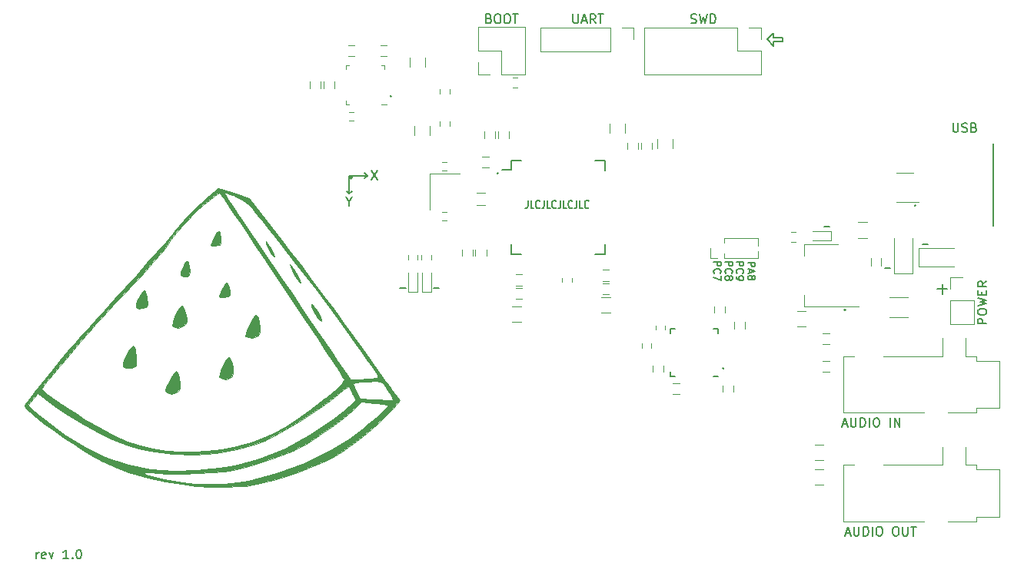
<source format=gbr>
%TF.GenerationSoftware,KiCad,Pcbnew,(5.1.9-0-10_14)*%
%TF.CreationDate,2021-02-23T19:53:59+01:00*%
%TF.ProjectId,codec_breakot,636f6465-635f-4627-9265-616b6f742e6b,rev?*%
%TF.SameCoordinates,Original*%
%TF.FileFunction,Legend,Top*%
%TF.FilePolarity,Positive*%
%FSLAX46Y46*%
G04 Gerber Fmt 4.6, Leading zero omitted, Abs format (unit mm)*
G04 Created by KiCad (PCBNEW (5.1.9-0-10_14)) date 2021-02-23 19:53:59*
%MOMM*%
%LPD*%
G01*
G04 APERTURE LIST*
%ADD10C,0.150000*%
%ADD11C,0.200000*%
%ADD12C,0.010000*%
%ADD13C,0.120000*%
G04 APERTURE END LIST*
D10*
X94557619Y-112222380D02*
X94557619Y-111555714D01*
X94557619Y-111746190D02*
X94605238Y-111650952D01*
X94652857Y-111603333D01*
X94748095Y-111555714D01*
X94843333Y-111555714D01*
X95557619Y-112174761D02*
X95462380Y-112222380D01*
X95271904Y-112222380D01*
X95176666Y-112174761D01*
X95129047Y-112079523D01*
X95129047Y-111698571D01*
X95176666Y-111603333D01*
X95271904Y-111555714D01*
X95462380Y-111555714D01*
X95557619Y-111603333D01*
X95605238Y-111698571D01*
X95605238Y-111793809D01*
X95129047Y-111889047D01*
X95938571Y-111555714D02*
X96176666Y-112222380D01*
X96414761Y-111555714D01*
X98081428Y-112222380D02*
X97510000Y-112222380D01*
X97795714Y-112222380D02*
X97795714Y-111222380D01*
X97700476Y-111365238D01*
X97605238Y-111460476D01*
X97510000Y-111508095D01*
X98510000Y-112127142D02*
X98557619Y-112174761D01*
X98510000Y-112222380D01*
X98462380Y-112174761D01*
X98510000Y-112127142D01*
X98510000Y-112222380D01*
X99176666Y-111222380D02*
X99271904Y-111222380D01*
X99367142Y-111270000D01*
X99414761Y-111317619D01*
X99462380Y-111412857D01*
X99510000Y-111603333D01*
X99510000Y-111841428D01*
X99462380Y-112031904D01*
X99414761Y-112127142D01*
X99367142Y-112174761D01*
X99271904Y-112222380D01*
X99176666Y-112222380D01*
X99081428Y-112174761D01*
X99033809Y-112127142D01*
X98986190Y-112031904D01*
X98938571Y-111841428D01*
X98938571Y-111603333D01*
X98986190Y-111412857D01*
X99033809Y-111317619D01*
X99081428Y-111270000D01*
X99176666Y-111222380D01*
X129341421Y-70200000D02*
G75*
G03*
X129341421Y-70200000I-141421J0D01*
G01*
X131466666Y-69452380D02*
X132133333Y-70452380D01*
X132133333Y-69452380D02*
X131466666Y-70452380D01*
X129000000Y-72876190D02*
X129000000Y-73352380D01*
X128666666Y-72352380D02*
X129000000Y-72876190D01*
X129333333Y-72352380D01*
X128700000Y-71700000D02*
X129000000Y-72000000D01*
X129300000Y-71700000D02*
X129000000Y-72000000D01*
X130700000Y-70300000D02*
X131000000Y-70000000D01*
X130700000Y-69700000D02*
X131000000Y-70000000D01*
X129000000Y-70000000D02*
X131000000Y-70000000D01*
X129000000Y-70000000D02*
X129000000Y-72000000D01*
X183675000Y-84800000D02*
G75*
G03*
X183675000Y-84800000I-75000J0D01*
G01*
X148666666Y-72707142D02*
X148666666Y-73350000D01*
X148633333Y-73478571D01*
X148566666Y-73564285D01*
X148466666Y-73607142D01*
X148400000Y-73607142D01*
X149333333Y-73607142D02*
X149000000Y-73607142D01*
X149000000Y-72707142D01*
X149966666Y-73521428D02*
X149933333Y-73564285D01*
X149833333Y-73607142D01*
X149766666Y-73607142D01*
X149666666Y-73564285D01*
X149600000Y-73478571D01*
X149566666Y-73392857D01*
X149533333Y-73221428D01*
X149533333Y-73092857D01*
X149566666Y-72921428D01*
X149600000Y-72835714D01*
X149666666Y-72750000D01*
X149766666Y-72707142D01*
X149833333Y-72707142D01*
X149933333Y-72750000D01*
X149966666Y-72792857D01*
X150466666Y-72707142D02*
X150466666Y-73350000D01*
X150433333Y-73478571D01*
X150366666Y-73564285D01*
X150266666Y-73607142D01*
X150200000Y-73607142D01*
X151133333Y-73607142D02*
X150800000Y-73607142D01*
X150800000Y-72707142D01*
X151766666Y-73521428D02*
X151733333Y-73564285D01*
X151633333Y-73607142D01*
X151566666Y-73607142D01*
X151466666Y-73564285D01*
X151400000Y-73478571D01*
X151366666Y-73392857D01*
X151333333Y-73221428D01*
X151333333Y-73092857D01*
X151366666Y-72921428D01*
X151400000Y-72835714D01*
X151466666Y-72750000D01*
X151566666Y-72707142D01*
X151633333Y-72707142D01*
X151733333Y-72750000D01*
X151766666Y-72792857D01*
X152266666Y-72707142D02*
X152266666Y-73350000D01*
X152233333Y-73478571D01*
X152166666Y-73564285D01*
X152066666Y-73607142D01*
X152000000Y-73607142D01*
X152933333Y-73607142D02*
X152600000Y-73607142D01*
X152600000Y-72707142D01*
X153566666Y-73521428D02*
X153533333Y-73564285D01*
X153433333Y-73607142D01*
X153366666Y-73607142D01*
X153266666Y-73564285D01*
X153200000Y-73478571D01*
X153166666Y-73392857D01*
X153133333Y-73221428D01*
X153133333Y-73092857D01*
X153166666Y-72921428D01*
X153200000Y-72835714D01*
X153266666Y-72750000D01*
X153366666Y-72707142D01*
X153433333Y-72707142D01*
X153533333Y-72750000D01*
X153566666Y-72792857D01*
X154066666Y-72707142D02*
X154066666Y-73350000D01*
X154033333Y-73478571D01*
X153966666Y-73564285D01*
X153866666Y-73607142D01*
X153800000Y-73607142D01*
X154733333Y-73607142D02*
X154400000Y-73607142D01*
X154400000Y-72707142D01*
X155366666Y-73521428D02*
X155333333Y-73564285D01*
X155233333Y-73607142D01*
X155166666Y-73607142D01*
X155066666Y-73564285D01*
X155000000Y-73478571D01*
X154966666Y-73392857D01*
X154933333Y-73221428D01*
X154933333Y-73092857D01*
X154966666Y-72921428D01*
X155000000Y-72835714D01*
X155066666Y-72750000D01*
X155166666Y-72707142D01*
X155233333Y-72707142D01*
X155333333Y-72750000D01*
X155366666Y-72792857D01*
X138295238Y-82357142D02*
X138904761Y-82357142D01*
X134595238Y-82357142D02*
X135204761Y-82357142D01*
X181295238Y-75657142D02*
X181904761Y-75657142D01*
X193728571Y-82507142D02*
X194871428Y-82507142D01*
X194300000Y-83078571D02*
X194300000Y-81935714D01*
X187995238Y-80157142D02*
X188604761Y-80157142D01*
X170250000Y-91250000D02*
G75*
G03*
X170250000Y-91250000I-75000J0D01*
G01*
X145425000Y-69750000D02*
G75*
G03*
X145425000Y-69750000I-75000J0D01*
G01*
X133650000Y-61250000D02*
G75*
G03*
X133650000Y-61250000I-75000J0D01*
G01*
X191375000Y-73325000D02*
G75*
G03*
X191375000Y-73325000I-75000J0D01*
G01*
X175750000Y-55750000D02*
X175000000Y-55000000D01*
X175750000Y-55250000D02*
X175750000Y-55750000D01*
X176750000Y-55250000D02*
X175750000Y-55250000D01*
X176750000Y-54750000D02*
X176750000Y-55250000D01*
X175750000Y-54750000D02*
X176750000Y-54750000D01*
X175750000Y-54250000D02*
X175750000Y-54750000D01*
X175000000Y-55000000D02*
X175750000Y-54250000D01*
X195488095Y-64202380D02*
X195488095Y-65011904D01*
X195535714Y-65107142D01*
X195583333Y-65154761D01*
X195678571Y-65202380D01*
X195869047Y-65202380D01*
X195964285Y-65154761D01*
X196011904Y-65107142D01*
X196059523Y-65011904D01*
X196059523Y-64202380D01*
X196488095Y-65154761D02*
X196630952Y-65202380D01*
X196869047Y-65202380D01*
X196964285Y-65154761D01*
X197011904Y-65107142D01*
X197059523Y-65011904D01*
X197059523Y-64916666D01*
X197011904Y-64821428D01*
X196964285Y-64773809D01*
X196869047Y-64726190D01*
X196678571Y-64678571D01*
X196583333Y-64630952D01*
X196535714Y-64583333D01*
X196488095Y-64488095D01*
X196488095Y-64392857D01*
X196535714Y-64297619D01*
X196583333Y-64250000D01*
X196678571Y-64202380D01*
X196916666Y-64202380D01*
X197059523Y-64250000D01*
X197821428Y-64678571D02*
X197964285Y-64726190D01*
X198011904Y-64773809D01*
X198059523Y-64869047D01*
X198059523Y-65011904D01*
X198011904Y-65107142D01*
X197964285Y-65154761D01*
X197869047Y-65202380D01*
X197488095Y-65202380D01*
X197488095Y-64202380D01*
X197821428Y-64202380D01*
X197916666Y-64250000D01*
X197964285Y-64297619D01*
X198011904Y-64392857D01*
X198011904Y-64488095D01*
X197964285Y-64583333D01*
X197916666Y-64630952D01*
X197821428Y-64678571D01*
X197488095Y-64678571D01*
X183666666Y-109416666D02*
X184142857Y-109416666D01*
X183571428Y-109702380D02*
X183904761Y-108702380D01*
X184238095Y-109702380D01*
X184571428Y-108702380D02*
X184571428Y-109511904D01*
X184619047Y-109607142D01*
X184666666Y-109654761D01*
X184761904Y-109702380D01*
X184952380Y-109702380D01*
X185047619Y-109654761D01*
X185095238Y-109607142D01*
X185142857Y-109511904D01*
X185142857Y-108702380D01*
X185619047Y-109702380D02*
X185619047Y-108702380D01*
X185857142Y-108702380D01*
X186000000Y-108750000D01*
X186095238Y-108845238D01*
X186142857Y-108940476D01*
X186190476Y-109130952D01*
X186190476Y-109273809D01*
X186142857Y-109464285D01*
X186095238Y-109559523D01*
X186000000Y-109654761D01*
X185857142Y-109702380D01*
X185619047Y-109702380D01*
X186619047Y-109702380D02*
X186619047Y-108702380D01*
X187285714Y-108702380D02*
X187476190Y-108702380D01*
X187571428Y-108750000D01*
X187666666Y-108845238D01*
X187714285Y-109035714D01*
X187714285Y-109369047D01*
X187666666Y-109559523D01*
X187571428Y-109654761D01*
X187476190Y-109702380D01*
X187285714Y-109702380D01*
X187190476Y-109654761D01*
X187095238Y-109559523D01*
X187047619Y-109369047D01*
X187047619Y-109035714D01*
X187095238Y-108845238D01*
X187190476Y-108750000D01*
X187285714Y-108702380D01*
X189095238Y-108702380D02*
X189285714Y-108702380D01*
X189380952Y-108750000D01*
X189476190Y-108845238D01*
X189523809Y-109035714D01*
X189523809Y-109369047D01*
X189476190Y-109559523D01*
X189380952Y-109654761D01*
X189285714Y-109702380D01*
X189095238Y-109702380D01*
X189000000Y-109654761D01*
X188904761Y-109559523D01*
X188857142Y-109369047D01*
X188857142Y-109035714D01*
X188904761Y-108845238D01*
X189000000Y-108750000D01*
X189095238Y-108702380D01*
X189952380Y-108702380D02*
X189952380Y-109511904D01*
X190000000Y-109607142D01*
X190047619Y-109654761D01*
X190142857Y-109702380D01*
X190333333Y-109702380D01*
X190428571Y-109654761D01*
X190476190Y-109607142D01*
X190523809Y-109511904D01*
X190523809Y-108702380D01*
X190857142Y-108702380D02*
X191428571Y-108702380D01*
X191142857Y-109702380D02*
X191142857Y-108702380D01*
X183333333Y-97416666D02*
X183809523Y-97416666D01*
X183238095Y-97702380D02*
X183571428Y-96702380D01*
X183904761Y-97702380D01*
X184238095Y-96702380D02*
X184238095Y-97511904D01*
X184285714Y-97607142D01*
X184333333Y-97654761D01*
X184428571Y-97702380D01*
X184619047Y-97702380D01*
X184714285Y-97654761D01*
X184761904Y-97607142D01*
X184809523Y-97511904D01*
X184809523Y-96702380D01*
X185285714Y-97702380D02*
X185285714Y-96702380D01*
X185523809Y-96702380D01*
X185666666Y-96750000D01*
X185761904Y-96845238D01*
X185809523Y-96940476D01*
X185857142Y-97130952D01*
X185857142Y-97273809D01*
X185809523Y-97464285D01*
X185761904Y-97559523D01*
X185666666Y-97654761D01*
X185523809Y-97702380D01*
X185285714Y-97702380D01*
X186285714Y-97702380D02*
X186285714Y-96702380D01*
X186952380Y-96702380D02*
X187142857Y-96702380D01*
X187238095Y-96750000D01*
X187333333Y-96845238D01*
X187380952Y-97035714D01*
X187380952Y-97369047D01*
X187333333Y-97559523D01*
X187238095Y-97654761D01*
X187142857Y-97702380D01*
X186952380Y-97702380D01*
X186857142Y-97654761D01*
X186761904Y-97559523D01*
X186714285Y-97369047D01*
X186714285Y-97035714D01*
X186761904Y-96845238D01*
X186857142Y-96750000D01*
X186952380Y-96702380D01*
X188571428Y-97702380D02*
X188571428Y-96702380D01*
X189047619Y-97702380D02*
X189047619Y-96702380D01*
X189619047Y-97702380D01*
X189619047Y-96702380D01*
X192095238Y-77557142D02*
X192704761Y-77557142D01*
X199202380Y-86309523D02*
X198202380Y-86309523D01*
X198202380Y-85928571D01*
X198250000Y-85833333D01*
X198297619Y-85785714D01*
X198392857Y-85738095D01*
X198535714Y-85738095D01*
X198630952Y-85785714D01*
X198678571Y-85833333D01*
X198726190Y-85928571D01*
X198726190Y-86309523D01*
X198202380Y-85119047D02*
X198202380Y-84928571D01*
X198250000Y-84833333D01*
X198345238Y-84738095D01*
X198535714Y-84690476D01*
X198869047Y-84690476D01*
X199059523Y-84738095D01*
X199154761Y-84833333D01*
X199202380Y-84928571D01*
X199202380Y-85119047D01*
X199154761Y-85214285D01*
X199059523Y-85309523D01*
X198869047Y-85357142D01*
X198535714Y-85357142D01*
X198345238Y-85309523D01*
X198250000Y-85214285D01*
X198202380Y-85119047D01*
X198202380Y-84357142D02*
X199202380Y-84119047D01*
X198488095Y-83928571D01*
X199202380Y-83738095D01*
X198202380Y-83500000D01*
X198678571Y-83119047D02*
X198678571Y-82785714D01*
X199202380Y-82642857D02*
X199202380Y-83119047D01*
X198202380Y-83119047D01*
X198202380Y-82642857D01*
X199202380Y-81642857D02*
X198726190Y-81976190D01*
X199202380Y-82214285D02*
X198202380Y-82214285D01*
X198202380Y-81833333D01*
X198250000Y-81738095D01*
X198297619Y-81690476D01*
X198392857Y-81642857D01*
X198535714Y-81642857D01*
X198630952Y-81690476D01*
X198678571Y-81738095D01*
X198726190Y-81833333D01*
X198726190Y-82214285D01*
X144392857Y-52678571D02*
X144535714Y-52726190D01*
X144583333Y-52773809D01*
X144630952Y-52869047D01*
X144630952Y-53011904D01*
X144583333Y-53107142D01*
X144535714Y-53154761D01*
X144440476Y-53202380D01*
X144059523Y-53202380D01*
X144059523Y-52202380D01*
X144392857Y-52202380D01*
X144488095Y-52250000D01*
X144535714Y-52297619D01*
X144583333Y-52392857D01*
X144583333Y-52488095D01*
X144535714Y-52583333D01*
X144488095Y-52630952D01*
X144392857Y-52678571D01*
X144059523Y-52678571D01*
X145250000Y-52202380D02*
X145440476Y-52202380D01*
X145535714Y-52250000D01*
X145630952Y-52345238D01*
X145678571Y-52535714D01*
X145678571Y-52869047D01*
X145630952Y-53059523D01*
X145535714Y-53154761D01*
X145440476Y-53202380D01*
X145250000Y-53202380D01*
X145154761Y-53154761D01*
X145059523Y-53059523D01*
X145011904Y-52869047D01*
X145011904Y-52535714D01*
X145059523Y-52345238D01*
X145154761Y-52250000D01*
X145250000Y-52202380D01*
X146297619Y-52202380D02*
X146488095Y-52202380D01*
X146583333Y-52250000D01*
X146678571Y-52345238D01*
X146726190Y-52535714D01*
X146726190Y-52869047D01*
X146678571Y-53059523D01*
X146583333Y-53154761D01*
X146488095Y-53202380D01*
X146297619Y-53202380D01*
X146202380Y-53154761D01*
X146107142Y-53059523D01*
X146059523Y-52869047D01*
X146059523Y-52535714D01*
X146107142Y-52345238D01*
X146202380Y-52250000D01*
X146297619Y-52202380D01*
X147011904Y-52202380D02*
X147583333Y-52202380D01*
X147297619Y-53202380D02*
X147297619Y-52202380D01*
X153654761Y-52202380D02*
X153654761Y-53011904D01*
X153702380Y-53107142D01*
X153750000Y-53154761D01*
X153845238Y-53202380D01*
X154035714Y-53202380D01*
X154130952Y-53154761D01*
X154178571Y-53107142D01*
X154226190Y-53011904D01*
X154226190Y-52202380D01*
X154654761Y-52916666D02*
X155130952Y-52916666D01*
X154559523Y-53202380D02*
X154892857Y-52202380D01*
X155226190Y-53202380D01*
X156130952Y-53202380D02*
X155797619Y-52726190D01*
X155559523Y-53202380D02*
X155559523Y-52202380D01*
X155940476Y-52202380D01*
X156035714Y-52250000D01*
X156083333Y-52297619D01*
X156130952Y-52392857D01*
X156130952Y-52535714D01*
X156083333Y-52630952D01*
X156035714Y-52678571D01*
X155940476Y-52726190D01*
X155559523Y-52726190D01*
X156416666Y-52202380D02*
X156988095Y-52202380D01*
X156702380Y-53202380D02*
X156702380Y-52202380D01*
X166642857Y-53154761D02*
X166785714Y-53202380D01*
X167023809Y-53202380D01*
X167119047Y-53154761D01*
X167166666Y-53107142D01*
X167214285Y-53011904D01*
X167214285Y-52916666D01*
X167166666Y-52821428D01*
X167119047Y-52773809D01*
X167023809Y-52726190D01*
X166833333Y-52678571D01*
X166738095Y-52630952D01*
X166690476Y-52583333D01*
X166642857Y-52488095D01*
X166642857Y-52392857D01*
X166690476Y-52297619D01*
X166738095Y-52250000D01*
X166833333Y-52202380D01*
X167071428Y-52202380D01*
X167214285Y-52250000D01*
X167547619Y-52202380D02*
X167785714Y-53202380D01*
X167976190Y-52488095D01*
X168166666Y-53202380D01*
X168404761Y-52202380D01*
X168785714Y-53202380D02*
X168785714Y-52202380D01*
X169023809Y-52202380D01*
X169166666Y-52250000D01*
X169261904Y-52345238D01*
X169309523Y-52440476D01*
X169357142Y-52630952D01*
X169357142Y-52773809D01*
X169309523Y-52964285D01*
X169261904Y-53059523D01*
X169166666Y-53154761D01*
X169023809Y-53202380D01*
X168785714Y-53202380D01*
D11*
X172888095Y-79566666D02*
X173688095Y-79566666D01*
X173688095Y-79871428D01*
X173650000Y-79947619D01*
X173611904Y-79985714D01*
X173535714Y-80023809D01*
X173421428Y-80023809D01*
X173345238Y-79985714D01*
X173307142Y-79947619D01*
X173269047Y-79871428D01*
X173269047Y-79566666D01*
X173116666Y-80328571D02*
X173116666Y-80709523D01*
X172888095Y-80252380D02*
X173688095Y-80519047D01*
X172888095Y-80785714D01*
X173345238Y-81166666D02*
X173383333Y-81090476D01*
X173421428Y-81052380D01*
X173497619Y-81014285D01*
X173535714Y-81014285D01*
X173611904Y-81052380D01*
X173650000Y-81090476D01*
X173688095Y-81166666D01*
X173688095Y-81319047D01*
X173650000Y-81395238D01*
X173611904Y-81433333D01*
X173535714Y-81471428D01*
X173497619Y-81471428D01*
X173421428Y-81433333D01*
X173383333Y-81395238D01*
X173345238Y-81319047D01*
X173345238Y-81166666D01*
X173307142Y-81090476D01*
X173269047Y-81052380D01*
X173192857Y-81014285D01*
X173040476Y-81014285D01*
X172964285Y-81052380D01*
X172926190Y-81090476D01*
X172888095Y-81166666D01*
X172888095Y-81319047D01*
X172926190Y-81395238D01*
X172964285Y-81433333D01*
X173040476Y-81471428D01*
X173192857Y-81471428D01*
X173269047Y-81433333D01*
X173307142Y-81395238D01*
X173345238Y-81319047D01*
X171638095Y-79509523D02*
X172438095Y-79509523D01*
X172438095Y-79814285D01*
X172400000Y-79890476D01*
X172361904Y-79928571D01*
X172285714Y-79966666D01*
X172171428Y-79966666D01*
X172095238Y-79928571D01*
X172057142Y-79890476D01*
X172019047Y-79814285D01*
X172019047Y-79509523D01*
X171714285Y-80766666D02*
X171676190Y-80728571D01*
X171638095Y-80614285D01*
X171638095Y-80538095D01*
X171676190Y-80423809D01*
X171752380Y-80347619D01*
X171828571Y-80309523D01*
X171980952Y-80271428D01*
X172095238Y-80271428D01*
X172247619Y-80309523D01*
X172323809Y-80347619D01*
X172400000Y-80423809D01*
X172438095Y-80538095D01*
X172438095Y-80614285D01*
X172400000Y-80728571D01*
X172361904Y-80766666D01*
X171638095Y-81147619D02*
X171638095Y-81300000D01*
X171676190Y-81376190D01*
X171714285Y-81414285D01*
X171828571Y-81490476D01*
X171980952Y-81528571D01*
X172285714Y-81528571D01*
X172361904Y-81490476D01*
X172400000Y-81452380D01*
X172438095Y-81376190D01*
X172438095Y-81223809D01*
X172400000Y-81147619D01*
X172361904Y-81109523D01*
X172285714Y-81071428D01*
X172095238Y-81071428D01*
X172019047Y-81109523D01*
X171980952Y-81147619D01*
X171942857Y-81223809D01*
X171942857Y-81376190D01*
X171980952Y-81452380D01*
X172019047Y-81490476D01*
X172095238Y-81528571D01*
X170388095Y-79509523D02*
X171188095Y-79509523D01*
X171188095Y-79814285D01*
X171150000Y-79890476D01*
X171111904Y-79928571D01*
X171035714Y-79966666D01*
X170921428Y-79966666D01*
X170845238Y-79928571D01*
X170807142Y-79890476D01*
X170769047Y-79814285D01*
X170769047Y-79509523D01*
X170464285Y-80766666D02*
X170426190Y-80728571D01*
X170388095Y-80614285D01*
X170388095Y-80538095D01*
X170426190Y-80423809D01*
X170502380Y-80347619D01*
X170578571Y-80309523D01*
X170730952Y-80271428D01*
X170845238Y-80271428D01*
X170997619Y-80309523D01*
X171073809Y-80347619D01*
X171150000Y-80423809D01*
X171188095Y-80538095D01*
X171188095Y-80614285D01*
X171150000Y-80728571D01*
X171111904Y-80766666D01*
X170845238Y-81223809D02*
X170883333Y-81147619D01*
X170921428Y-81109523D01*
X170997619Y-81071428D01*
X171035714Y-81071428D01*
X171111904Y-81109523D01*
X171150000Y-81147619D01*
X171188095Y-81223809D01*
X171188095Y-81376190D01*
X171150000Y-81452380D01*
X171111904Y-81490476D01*
X171035714Y-81528571D01*
X170997619Y-81528571D01*
X170921428Y-81490476D01*
X170883333Y-81452380D01*
X170845238Y-81376190D01*
X170845238Y-81223809D01*
X170807142Y-81147619D01*
X170769047Y-81109523D01*
X170692857Y-81071428D01*
X170540476Y-81071428D01*
X170464285Y-81109523D01*
X170426190Y-81147619D01*
X170388095Y-81223809D01*
X170388095Y-81376190D01*
X170426190Y-81452380D01*
X170464285Y-81490476D01*
X170540476Y-81528571D01*
X170692857Y-81528571D01*
X170769047Y-81490476D01*
X170807142Y-81452380D01*
X170845238Y-81376190D01*
X169138095Y-79509523D02*
X169938095Y-79509523D01*
X169938095Y-79814285D01*
X169900000Y-79890476D01*
X169861904Y-79928571D01*
X169785714Y-79966666D01*
X169671428Y-79966666D01*
X169595238Y-79928571D01*
X169557142Y-79890476D01*
X169519047Y-79814285D01*
X169519047Y-79509523D01*
X169214285Y-80766666D02*
X169176190Y-80728571D01*
X169138095Y-80614285D01*
X169138095Y-80538095D01*
X169176190Y-80423809D01*
X169252380Y-80347619D01*
X169328571Y-80309523D01*
X169480952Y-80271428D01*
X169595238Y-80271428D01*
X169747619Y-80309523D01*
X169823809Y-80347619D01*
X169900000Y-80423809D01*
X169938095Y-80538095D01*
X169938095Y-80614285D01*
X169900000Y-80728571D01*
X169861904Y-80766666D01*
X169938095Y-81033333D02*
X169938095Y-81566666D01*
X169138095Y-81223809D01*
D12*
%TO.C,G\u002A\u002A\u002A*%
G36*
X116302099Y-71924826D02*
G01*
X117981180Y-72490909D01*
X121503864Y-77020280D01*
X122495051Y-78307705D01*
X123632970Y-79807595D01*
X124859608Y-81442105D01*
X126116952Y-83133392D01*
X127346990Y-84803613D01*
X128491709Y-86374923D01*
X128982902Y-87055944D01*
X129906102Y-88340606D01*
X130795856Y-89578327D01*
X131623279Y-90728958D01*
X132359489Y-91752347D01*
X132975601Y-92608344D01*
X133442731Y-93256800D01*
X133731996Y-93657562D01*
X133735228Y-93662027D01*
X134531201Y-94761817D01*
X133771766Y-95693435D01*
X133217340Y-96299171D01*
X132442137Y-97044777D01*
X131518062Y-97868784D01*
X130517019Y-98709723D01*
X129510911Y-99506126D01*
X128571642Y-100196524D01*
X128236427Y-100425464D01*
X127325355Y-100957770D01*
X126147743Y-101534416D01*
X124783877Y-102122871D01*
X123314045Y-102690601D01*
X121818533Y-103205072D01*
X120377629Y-103633751D01*
X120205954Y-103679525D01*
X119239566Y-103919674D01*
X118410235Y-104085309D01*
X117594752Y-104192674D01*
X116669909Y-104258014D01*
X115519580Y-104297401D01*
X113772526Y-104297842D01*
X112154551Y-104216144D01*
X111079021Y-104101320D01*
X108770254Y-103734874D01*
X106756059Y-103312390D01*
X104977961Y-102817314D01*
X104680569Y-102708756D01*
X106252227Y-102708756D01*
X106412418Y-102819161D01*
X106460839Y-102846185D01*
X106906828Y-103021652D01*
X107628573Y-103224910D01*
X108549523Y-103438164D01*
X109593127Y-103643623D01*
X110634965Y-103816362D01*
X112018526Y-103956058D01*
X113584742Y-104003691D01*
X115197130Y-103962297D01*
X116719207Y-103834908D01*
X117868196Y-103655581D01*
X121016014Y-102832874D01*
X124096052Y-101661681D01*
X127107283Y-100142435D01*
X129037201Y-98961934D01*
X129711229Y-98493122D01*
X130450880Y-97934254D01*
X131202220Y-97331627D01*
X131911316Y-96731539D01*
X132524234Y-96180288D01*
X132987038Y-95724171D01*
X133245795Y-95409487D01*
X133281818Y-95318296D01*
X133118259Y-95244872D01*
X132682506Y-95163786D01*
X132056944Y-95089093D01*
X131810239Y-95067212D01*
X130338660Y-94947809D01*
X129542365Y-95708869D01*
X128906982Y-96263871D01*
X128047416Y-96941600D01*
X127045118Y-97683709D01*
X125981537Y-98431852D01*
X124938121Y-99127682D01*
X123996321Y-99712851D01*
X123767532Y-99845725D01*
X122752670Y-100352505D01*
X121474779Y-100879398D01*
X120022455Y-101395936D01*
X118484296Y-101871652D01*
X116948898Y-102276078D01*
X116230070Y-102437797D01*
X115133181Y-102614469D01*
X113780679Y-102747481D01*
X112269882Y-102833632D01*
X110698110Y-102869719D01*
X109162682Y-102852539D01*
X107760918Y-102778890D01*
X107260140Y-102732975D01*
X106631357Y-102671998D01*
X106310296Y-102661813D01*
X106252227Y-102708756D01*
X104680569Y-102708756D01*
X103377489Y-102233090D01*
X101896169Y-101543164D01*
X101724031Y-101452691D01*
X100783838Y-100926019D01*
X99752278Y-100302845D01*
X98671348Y-99613222D01*
X97583047Y-98887201D01*
X96529372Y-98154834D01*
X95552321Y-97446173D01*
X94693892Y-96791271D01*
X93996085Y-96220177D01*
X93500896Y-95762946D01*
X93250324Y-95449628D01*
X93227972Y-95373309D01*
X93245969Y-95339628D01*
X93672028Y-95339628D01*
X93807956Y-95528866D01*
X94180011Y-95880654D01*
X94734599Y-96351970D01*
X95418126Y-96899791D01*
X96176999Y-97481093D01*
X96957623Y-98052852D01*
X97659066Y-98540278D01*
X100013291Y-99974975D01*
X102340771Y-101078760D01*
X104692926Y-101864722D01*
X107121175Y-102345950D01*
X109676937Y-102535535D01*
X112411634Y-102446566D01*
X112855245Y-102408646D01*
X114726696Y-102195485D01*
X116375245Y-101911866D01*
X117930408Y-101532037D01*
X119145204Y-101157979D01*
X121939938Y-100044416D01*
X124637936Y-98599734D01*
X127207043Y-96842140D01*
X128263335Y-95995364D01*
X129728068Y-94765812D01*
X129351641Y-94019270D01*
X129118690Y-93566299D01*
X128956762Y-93268044D01*
X128920860Y-93211341D01*
X128769866Y-93287658D01*
X128416291Y-93544673D01*
X127927700Y-93932394D01*
X127765196Y-94066473D01*
X126568709Y-95003706D01*
X125211500Y-95968527D01*
X123767040Y-96916020D01*
X122308804Y-97801272D01*
X120910264Y-98579366D01*
X119644892Y-99205389D01*
X118753338Y-99575522D01*
X116654149Y-100185810D01*
X114355982Y-100574675D01*
X111940270Y-100738794D01*
X109488444Y-100674847D01*
X107081937Y-100379513D01*
X105758084Y-100105491D01*
X104407486Y-99691014D01*
X102869181Y-99065444D01*
X101211329Y-98264129D01*
X99502087Y-97322413D01*
X97809614Y-96275643D01*
X96202069Y-95159166D01*
X96160017Y-95128042D01*
X94667155Y-94021152D01*
X94169591Y-94617153D01*
X93865557Y-95007870D01*
X93689556Y-95285410D01*
X93672028Y-95339628D01*
X93245969Y-95339628D01*
X93339178Y-95165193D01*
X93652084Y-94726312D01*
X94135624Y-94094264D01*
X94607015Y-93498418D01*
X95097430Y-93498418D01*
X95246701Y-93692257D01*
X95660150Y-94040104D01*
X96297228Y-94513380D01*
X97117384Y-95083504D01*
X98080067Y-95721898D01*
X99144728Y-96399979D01*
X99711189Y-96750212D01*
X101504235Y-97809400D01*
X103097225Y-98655552D01*
X104558196Y-99308708D01*
X105955187Y-99788906D01*
X107356238Y-100116185D01*
X108829387Y-100310584D01*
X110442672Y-100392140D01*
X112055944Y-100385955D01*
X113219994Y-100349618D01*
X114146201Y-100289953D01*
X114951865Y-100192065D01*
X115754289Y-100041058D01*
X116670775Y-99822038D01*
X116841158Y-99778313D01*
X118218119Y-99383612D01*
X119487620Y-98927290D01*
X120707468Y-98377255D01*
X121935470Y-97701417D01*
X123229434Y-96867685D01*
X124647168Y-95843969D01*
X126246479Y-94598178D01*
X126412870Y-94464772D01*
X127327728Y-93710178D01*
X127961563Y-93140748D01*
X128209436Y-92871802D01*
X129411737Y-92871802D01*
X129769111Y-93731739D01*
X130126484Y-94591675D01*
X131659745Y-94650571D01*
X132396899Y-94681635D01*
X133022582Y-94712990D01*
X133432573Y-94739242D01*
X133503846Y-94745992D01*
X133766575Y-94727093D01*
X133814685Y-94675996D01*
X133729462Y-94479598D01*
X133507452Y-94074102D01*
X133237412Y-93615299D01*
X132908334Y-93093791D01*
X132654153Y-92807846D01*
X132370951Y-92686070D01*
X131954808Y-92657069D01*
X131841224Y-92656087D01*
X131108974Y-92679801D01*
X130348546Y-92744753D01*
X130217023Y-92761426D01*
X129411737Y-92871802D01*
X128209436Y-92871802D01*
X128327984Y-92743177D01*
X128440601Y-92504163D01*
X128437716Y-92485543D01*
X128327387Y-92288526D01*
X128038128Y-91826525D01*
X127589639Y-91129083D01*
X127001617Y-90225741D01*
X126293763Y-89146041D01*
X125485775Y-87919527D01*
X124597352Y-86575740D01*
X123648193Y-85144222D01*
X122657996Y-83654516D01*
X121646461Y-82136163D01*
X120633287Y-80618707D01*
X119638171Y-79131689D01*
X118680814Y-77704652D01*
X117780913Y-76367137D01*
X116958168Y-75148688D01*
X116232278Y-74078845D01*
X115622942Y-73187153D01*
X115149858Y-72503151D01*
X114832725Y-72056384D01*
X114708218Y-71894596D01*
X115213197Y-71894596D01*
X115214133Y-71920425D01*
X115327020Y-72103520D01*
X115622825Y-72554157D01*
X116084141Y-73246507D01*
X116693557Y-74154738D01*
X117433664Y-75253022D01*
X118287053Y-76515527D01*
X119236314Y-77916425D01*
X120264038Y-79429884D01*
X121352816Y-81030075D01*
X121467942Y-81199097D01*
X122584651Y-82838845D01*
X123660336Y-84419156D01*
X124675114Y-85910772D01*
X125609107Y-87284433D01*
X126442434Y-88510881D01*
X127155215Y-89560858D01*
X127727570Y-90405106D01*
X128139618Y-91014364D01*
X128371480Y-91359376D01*
X128371623Y-91359591D01*
X129107692Y-92466035D01*
X130262238Y-92448715D01*
X130947718Y-92422278D01*
X131554378Y-92371243D01*
X131888082Y-92319194D01*
X132031955Y-92276025D01*
X132112933Y-92203158D01*
X132111075Y-92065091D01*
X132006442Y-91826321D01*
X131779091Y-91451343D01*
X131409082Y-90904655D01*
X130876475Y-90150753D01*
X130161328Y-89154134D01*
X129929561Y-88832168D01*
X127579801Y-85605940D01*
X125215942Y-82432349D01*
X122897375Y-79390024D01*
X120683492Y-76557589D01*
X120177048Y-75921168D01*
X119374868Y-74919145D01*
X118752529Y-74154509D01*
X118268478Y-73586831D01*
X117881160Y-73175680D01*
X117549021Y-72880627D01*
X117230504Y-72661242D01*
X116884056Y-72477096D01*
X116468122Y-72287759D01*
X116421244Y-72267043D01*
X115814965Y-72020243D01*
X115392334Y-71890365D01*
X115213197Y-71894596D01*
X114708218Y-71894596D01*
X114703565Y-71888550D01*
X114524960Y-71939479D01*
X114144501Y-72198271D01*
X113612376Y-72622438D01*
X112978772Y-73169495D01*
X112293876Y-73796956D01*
X111607875Y-74462335D01*
X111329796Y-74744633D01*
X110645399Y-75490446D01*
X109959623Y-76305944D01*
X109370642Y-77071318D01*
X109093407Y-77473939D01*
X108731969Y-77970563D01*
X108161900Y-78670716D01*
X107425234Y-79526205D01*
X106564008Y-80488835D01*
X105620256Y-81510412D01*
X105021550Y-82142402D01*
X104086548Y-83123251D01*
X103177413Y-84083511D01*
X102340268Y-84973971D01*
X101621235Y-85745420D01*
X101066435Y-86348647D01*
X100776923Y-86671242D01*
X100095156Y-87455064D01*
X99348028Y-88325664D01*
X98569625Y-89242069D01*
X97794033Y-90163304D01*
X97055339Y-91048395D01*
X96387629Y-91856368D01*
X95824989Y-92546248D01*
X95401506Y-93077060D01*
X95151266Y-93407831D01*
X95097430Y-93498418D01*
X94607015Y-93498418D01*
X94758733Y-93306644D01*
X95490343Y-92401051D01*
X96299388Y-91415081D01*
X97154803Y-90386333D01*
X98025520Y-89352402D01*
X98880473Y-88350887D01*
X99688596Y-87419385D01*
X100418823Y-86595492D01*
X101040088Y-85916807D01*
X101054543Y-85901398D01*
X102058549Y-84821734D01*
X103177843Y-83600550D01*
X104363481Y-82292681D01*
X105566517Y-80952964D01*
X106738007Y-79636233D01*
X107829006Y-78397325D01*
X108790569Y-77291075D01*
X109573751Y-76372318D01*
X109774308Y-76132168D01*
X110804012Y-74927290D01*
X111733165Y-73927255D01*
X112653454Y-73038172D01*
X113605915Y-72208381D01*
X114623019Y-71358744D01*
X116302099Y-71924826D01*
G37*
X116302099Y-71924826D02*
X117981180Y-72490909D01*
X121503864Y-77020280D01*
X122495051Y-78307705D01*
X123632970Y-79807595D01*
X124859608Y-81442105D01*
X126116952Y-83133392D01*
X127346990Y-84803613D01*
X128491709Y-86374923D01*
X128982902Y-87055944D01*
X129906102Y-88340606D01*
X130795856Y-89578327D01*
X131623279Y-90728958D01*
X132359489Y-91752347D01*
X132975601Y-92608344D01*
X133442731Y-93256800D01*
X133731996Y-93657562D01*
X133735228Y-93662027D01*
X134531201Y-94761817D01*
X133771766Y-95693435D01*
X133217340Y-96299171D01*
X132442137Y-97044777D01*
X131518062Y-97868784D01*
X130517019Y-98709723D01*
X129510911Y-99506126D01*
X128571642Y-100196524D01*
X128236427Y-100425464D01*
X127325355Y-100957770D01*
X126147743Y-101534416D01*
X124783877Y-102122871D01*
X123314045Y-102690601D01*
X121818533Y-103205072D01*
X120377629Y-103633751D01*
X120205954Y-103679525D01*
X119239566Y-103919674D01*
X118410235Y-104085309D01*
X117594752Y-104192674D01*
X116669909Y-104258014D01*
X115519580Y-104297401D01*
X113772526Y-104297842D01*
X112154551Y-104216144D01*
X111079021Y-104101320D01*
X108770254Y-103734874D01*
X106756059Y-103312390D01*
X104977961Y-102817314D01*
X104680569Y-102708756D01*
X106252227Y-102708756D01*
X106412418Y-102819161D01*
X106460839Y-102846185D01*
X106906828Y-103021652D01*
X107628573Y-103224910D01*
X108549523Y-103438164D01*
X109593127Y-103643623D01*
X110634965Y-103816362D01*
X112018526Y-103956058D01*
X113584742Y-104003691D01*
X115197130Y-103962297D01*
X116719207Y-103834908D01*
X117868196Y-103655581D01*
X121016014Y-102832874D01*
X124096052Y-101661681D01*
X127107283Y-100142435D01*
X129037201Y-98961934D01*
X129711229Y-98493122D01*
X130450880Y-97934254D01*
X131202220Y-97331627D01*
X131911316Y-96731539D01*
X132524234Y-96180288D01*
X132987038Y-95724171D01*
X133245795Y-95409487D01*
X133281818Y-95318296D01*
X133118259Y-95244872D01*
X132682506Y-95163786D01*
X132056944Y-95089093D01*
X131810239Y-95067212D01*
X130338660Y-94947809D01*
X129542365Y-95708869D01*
X128906982Y-96263871D01*
X128047416Y-96941600D01*
X127045118Y-97683709D01*
X125981537Y-98431852D01*
X124938121Y-99127682D01*
X123996321Y-99712851D01*
X123767532Y-99845725D01*
X122752670Y-100352505D01*
X121474779Y-100879398D01*
X120022455Y-101395936D01*
X118484296Y-101871652D01*
X116948898Y-102276078D01*
X116230070Y-102437797D01*
X115133181Y-102614469D01*
X113780679Y-102747481D01*
X112269882Y-102833632D01*
X110698110Y-102869719D01*
X109162682Y-102852539D01*
X107760918Y-102778890D01*
X107260140Y-102732975D01*
X106631357Y-102671998D01*
X106310296Y-102661813D01*
X106252227Y-102708756D01*
X104680569Y-102708756D01*
X103377489Y-102233090D01*
X101896169Y-101543164D01*
X101724031Y-101452691D01*
X100783838Y-100926019D01*
X99752278Y-100302845D01*
X98671348Y-99613222D01*
X97583047Y-98887201D01*
X96529372Y-98154834D01*
X95552321Y-97446173D01*
X94693892Y-96791271D01*
X93996085Y-96220177D01*
X93500896Y-95762946D01*
X93250324Y-95449628D01*
X93227972Y-95373309D01*
X93245969Y-95339628D01*
X93672028Y-95339628D01*
X93807956Y-95528866D01*
X94180011Y-95880654D01*
X94734599Y-96351970D01*
X95418126Y-96899791D01*
X96176999Y-97481093D01*
X96957623Y-98052852D01*
X97659066Y-98540278D01*
X100013291Y-99974975D01*
X102340771Y-101078760D01*
X104692926Y-101864722D01*
X107121175Y-102345950D01*
X109676937Y-102535535D01*
X112411634Y-102446566D01*
X112855245Y-102408646D01*
X114726696Y-102195485D01*
X116375245Y-101911866D01*
X117930408Y-101532037D01*
X119145204Y-101157979D01*
X121939938Y-100044416D01*
X124637936Y-98599734D01*
X127207043Y-96842140D01*
X128263335Y-95995364D01*
X129728068Y-94765812D01*
X129351641Y-94019270D01*
X129118690Y-93566299D01*
X128956762Y-93268044D01*
X128920860Y-93211341D01*
X128769866Y-93287658D01*
X128416291Y-93544673D01*
X127927700Y-93932394D01*
X127765196Y-94066473D01*
X126568709Y-95003706D01*
X125211500Y-95968527D01*
X123767040Y-96916020D01*
X122308804Y-97801272D01*
X120910264Y-98579366D01*
X119644892Y-99205389D01*
X118753338Y-99575522D01*
X116654149Y-100185810D01*
X114355982Y-100574675D01*
X111940270Y-100738794D01*
X109488444Y-100674847D01*
X107081937Y-100379513D01*
X105758084Y-100105491D01*
X104407486Y-99691014D01*
X102869181Y-99065444D01*
X101211329Y-98264129D01*
X99502087Y-97322413D01*
X97809614Y-96275643D01*
X96202069Y-95159166D01*
X96160017Y-95128042D01*
X94667155Y-94021152D01*
X94169591Y-94617153D01*
X93865557Y-95007870D01*
X93689556Y-95285410D01*
X93672028Y-95339628D01*
X93245969Y-95339628D01*
X93339178Y-95165193D01*
X93652084Y-94726312D01*
X94135624Y-94094264D01*
X94607015Y-93498418D01*
X95097430Y-93498418D01*
X95246701Y-93692257D01*
X95660150Y-94040104D01*
X96297228Y-94513380D01*
X97117384Y-95083504D01*
X98080067Y-95721898D01*
X99144728Y-96399979D01*
X99711189Y-96750212D01*
X101504235Y-97809400D01*
X103097225Y-98655552D01*
X104558196Y-99308708D01*
X105955187Y-99788906D01*
X107356238Y-100116185D01*
X108829387Y-100310584D01*
X110442672Y-100392140D01*
X112055944Y-100385955D01*
X113219994Y-100349618D01*
X114146201Y-100289953D01*
X114951865Y-100192065D01*
X115754289Y-100041058D01*
X116670775Y-99822038D01*
X116841158Y-99778313D01*
X118218119Y-99383612D01*
X119487620Y-98927290D01*
X120707468Y-98377255D01*
X121935470Y-97701417D01*
X123229434Y-96867685D01*
X124647168Y-95843969D01*
X126246479Y-94598178D01*
X126412870Y-94464772D01*
X127327728Y-93710178D01*
X127961563Y-93140748D01*
X128209436Y-92871802D01*
X129411737Y-92871802D01*
X129769111Y-93731739D01*
X130126484Y-94591675D01*
X131659745Y-94650571D01*
X132396899Y-94681635D01*
X133022582Y-94712990D01*
X133432573Y-94739242D01*
X133503846Y-94745992D01*
X133766575Y-94727093D01*
X133814685Y-94675996D01*
X133729462Y-94479598D01*
X133507452Y-94074102D01*
X133237412Y-93615299D01*
X132908334Y-93093791D01*
X132654153Y-92807846D01*
X132370951Y-92686070D01*
X131954808Y-92657069D01*
X131841224Y-92656087D01*
X131108974Y-92679801D01*
X130348546Y-92744753D01*
X130217023Y-92761426D01*
X129411737Y-92871802D01*
X128209436Y-92871802D01*
X128327984Y-92743177D01*
X128440601Y-92504163D01*
X128437716Y-92485543D01*
X128327387Y-92288526D01*
X128038128Y-91826525D01*
X127589639Y-91129083D01*
X127001617Y-90225741D01*
X126293763Y-89146041D01*
X125485775Y-87919527D01*
X124597352Y-86575740D01*
X123648193Y-85144222D01*
X122657996Y-83654516D01*
X121646461Y-82136163D01*
X120633287Y-80618707D01*
X119638171Y-79131689D01*
X118680814Y-77704652D01*
X117780913Y-76367137D01*
X116958168Y-75148688D01*
X116232278Y-74078845D01*
X115622942Y-73187153D01*
X115149858Y-72503151D01*
X114832725Y-72056384D01*
X114708218Y-71894596D01*
X115213197Y-71894596D01*
X115214133Y-71920425D01*
X115327020Y-72103520D01*
X115622825Y-72554157D01*
X116084141Y-73246507D01*
X116693557Y-74154738D01*
X117433664Y-75253022D01*
X118287053Y-76515527D01*
X119236314Y-77916425D01*
X120264038Y-79429884D01*
X121352816Y-81030075D01*
X121467942Y-81199097D01*
X122584651Y-82838845D01*
X123660336Y-84419156D01*
X124675114Y-85910772D01*
X125609107Y-87284433D01*
X126442434Y-88510881D01*
X127155215Y-89560858D01*
X127727570Y-90405106D01*
X128139618Y-91014364D01*
X128371480Y-91359376D01*
X128371623Y-91359591D01*
X129107692Y-92466035D01*
X130262238Y-92448715D01*
X130947718Y-92422278D01*
X131554378Y-92371243D01*
X131888082Y-92319194D01*
X132031955Y-92276025D01*
X132112933Y-92203158D01*
X132111075Y-92065091D01*
X132006442Y-91826321D01*
X131779091Y-91451343D01*
X131409082Y-90904655D01*
X130876475Y-90150753D01*
X130161328Y-89154134D01*
X129929561Y-88832168D01*
X127579801Y-85605940D01*
X125215942Y-82432349D01*
X122897375Y-79390024D01*
X120683492Y-76557589D01*
X120177048Y-75921168D01*
X119374868Y-74919145D01*
X118752529Y-74154509D01*
X118268478Y-73586831D01*
X117881160Y-73175680D01*
X117549021Y-72880627D01*
X117230504Y-72661242D01*
X116884056Y-72477096D01*
X116468122Y-72287759D01*
X116421244Y-72267043D01*
X115814965Y-72020243D01*
X115392334Y-71890365D01*
X115213197Y-71894596D01*
X114708218Y-71894596D01*
X114703565Y-71888550D01*
X114524960Y-71939479D01*
X114144501Y-72198271D01*
X113612376Y-72622438D01*
X112978772Y-73169495D01*
X112293876Y-73796956D01*
X111607875Y-74462335D01*
X111329796Y-74744633D01*
X110645399Y-75490446D01*
X109959623Y-76305944D01*
X109370642Y-77071318D01*
X109093407Y-77473939D01*
X108731969Y-77970563D01*
X108161900Y-78670716D01*
X107425234Y-79526205D01*
X106564008Y-80488835D01*
X105620256Y-81510412D01*
X105021550Y-82142402D01*
X104086548Y-83123251D01*
X103177413Y-84083511D01*
X102340268Y-84973971D01*
X101621235Y-85745420D01*
X101066435Y-86348647D01*
X100776923Y-86671242D01*
X100095156Y-87455064D01*
X99348028Y-88325664D01*
X98569625Y-89242069D01*
X97794033Y-90163304D01*
X97055339Y-91048395D01*
X96387629Y-91856368D01*
X95824989Y-92546248D01*
X95401506Y-93077060D01*
X95151266Y-93407831D01*
X95097430Y-93498418D01*
X94607015Y-93498418D01*
X94758733Y-93306644D01*
X95490343Y-92401051D01*
X96299388Y-91415081D01*
X97154803Y-90386333D01*
X98025520Y-89352402D01*
X98880473Y-88350887D01*
X99688596Y-87419385D01*
X100418823Y-86595492D01*
X101040088Y-85916807D01*
X101054543Y-85901398D01*
X102058549Y-84821734D01*
X103177843Y-83600550D01*
X104363481Y-82292681D01*
X105566517Y-80952964D01*
X106738007Y-79636233D01*
X107829006Y-78397325D01*
X108790569Y-77291075D01*
X109573751Y-76372318D01*
X109774308Y-76132168D01*
X110804012Y-74927290D01*
X111733165Y-73927255D01*
X112653454Y-73038172D01*
X113605915Y-72208381D01*
X114623019Y-71358744D01*
X116302099Y-71924826D01*
G36*
X110117767Y-91732147D02*
G01*
X110263844Y-92197191D01*
X110343924Y-92880108D01*
X110350826Y-93055095D01*
X110321713Y-93524585D01*
X110155974Y-93777115D01*
X109912912Y-93898802D01*
X109569809Y-94018713D01*
X109424451Y-94051423D01*
X109249877Y-93995605D01*
X109080769Y-93949588D01*
X108821037Y-93782522D01*
X108777511Y-93659353D01*
X108862197Y-93353202D01*
X109065035Y-92894424D01*
X109330512Y-92384912D01*
X109603114Y-91926561D01*
X109827327Y-91621266D01*
X109925015Y-91553134D01*
X110117767Y-91732147D01*
G37*
X110117767Y-91732147D02*
X110263844Y-92197191D01*
X110343924Y-92880108D01*
X110350826Y-93055095D01*
X110321713Y-93524585D01*
X110155974Y-93777115D01*
X109912912Y-93898802D01*
X109569809Y-94018713D01*
X109424451Y-94051423D01*
X109249877Y-93995605D01*
X109080769Y-93949588D01*
X108821037Y-93782522D01*
X108777511Y-93659353D01*
X108862197Y-93353202D01*
X109065035Y-92894424D01*
X109330512Y-92384912D01*
X109603114Y-91926561D01*
X109827327Y-91621266D01*
X109925015Y-91553134D01*
X110117767Y-91732147D01*
G36*
X115922498Y-90247148D02*
G01*
X116074950Y-90691653D01*
X116172964Y-91233041D01*
X116193184Y-91742172D01*
X116112257Y-92089907D01*
X116111846Y-92090566D01*
X115816507Y-92324605D01*
X115388993Y-92438672D01*
X114973646Y-92418951D01*
X114714808Y-92251624D01*
X114702783Y-92225447D01*
X114710293Y-91921523D01*
X114847671Y-91458660D01*
X115067427Y-90937541D01*
X115322070Y-90458848D01*
X115564111Y-90123265D01*
X115738962Y-90028665D01*
X115922498Y-90247148D01*
G37*
X115922498Y-90247148D02*
X116074950Y-90691653D01*
X116172964Y-91233041D01*
X116193184Y-91742172D01*
X116112257Y-92089907D01*
X116111846Y-92090566D01*
X115816507Y-92324605D01*
X115388993Y-92438672D01*
X114973646Y-92418951D01*
X114714808Y-92251624D01*
X114702783Y-92225447D01*
X114710293Y-91921523D01*
X114847671Y-91458660D01*
X115067427Y-90937541D01*
X115322070Y-90458848D01*
X115564111Y-90123265D01*
X115738962Y-90028665D01*
X115922498Y-90247148D01*
G36*
X105359443Y-88880510D02*
G01*
X105463696Y-89258808D01*
X105537324Y-89917445D01*
X105559558Y-90567667D01*
X105485410Y-90940045D01*
X105374298Y-91069066D01*
X104998275Y-91195123D01*
X104542234Y-91218658D01*
X104172024Y-91141107D01*
X104066206Y-91057738D01*
X104072055Y-90801677D01*
X104207319Y-90350954D01*
X104424273Y-89818836D01*
X104675193Y-89318592D01*
X104912356Y-88963489D01*
X104974808Y-88901260D01*
X105204213Y-88775295D01*
X105359443Y-88880510D01*
G37*
X105359443Y-88880510D02*
X105463696Y-89258808D01*
X105537324Y-89917445D01*
X105559558Y-90567667D01*
X105485410Y-90940045D01*
X105374298Y-91069066D01*
X104998275Y-91195123D01*
X104542234Y-91218658D01*
X104172024Y-91141107D01*
X104066206Y-91057738D01*
X104072055Y-90801677D01*
X104207319Y-90350954D01*
X104424273Y-89818836D01*
X104675193Y-89318592D01*
X104912356Y-88963489D01*
X104974808Y-88901260D01*
X105204213Y-88775295D01*
X105359443Y-88880510D01*
G36*
X118885062Y-85514571D02*
G01*
X118957986Y-85679371D01*
X119160448Y-86601700D01*
X119161566Y-87251742D01*
X118953272Y-87655276D01*
X118527497Y-87838081D01*
X118276960Y-87855245D01*
X117842704Y-87815736D01*
X117590199Y-87719354D01*
X117580249Y-87706766D01*
X117601486Y-87476454D01*
X117752060Y-87046740D01*
X117983197Y-86519719D01*
X118246125Y-85997486D01*
X118492071Y-85582136D01*
X118672262Y-85375763D01*
X118697271Y-85368531D01*
X118885062Y-85514571D01*
G37*
X118885062Y-85514571D02*
X118957986Y-85679371D01*
X119160448Y-86601700D01*
X119161566Y-87251742D01*
X118953272Y-87655276D01*
X118527497Y-87838081D01*
X118276960Y-87855245D01*
X117842704Y-87815736D01*
X117590199Y-87719354D01*
X117580249Y-87706766D01*
X117601486Y-87476454D01*
X117752060Y-87046740D01*
X117983197Y-86519719D01*
X118246125Y-85997486D01*
X118492071Y-85582136D01*
X118672262Y-85375763D01*
X118697271Y-85368531D01*
X118885062Y-85514571D01*
G36*
X110685969Y-84459112D02*
G01*
X110849672Y-84850015D01*
X110990203Y-85358437D01*
X111070781Y-85867315D01*
X111078030Y-86028366D01*
X110940231Y-86394119D01*
X110601724Y-86659669D01*
X110177900Y-86789521D01*
X109784149Y-86748179D01*
X109536752Y-86502488D01*
X109552779Y-86213100D01*
X109696161Y-85749957D01*
X109918014Y-85220683D01*
X110169453Y-84732902D01*
X110401594Y-84394238D01*
X110535875Y-84302797D01*
X110685969Y-84459112D01*
G37*
X110685969Y-84459112D02*
X110849672Y-84850015D01*
X110990203Y-85358437D01*
X111070781Y-85867315D01*
X111078030Y-86028366D01*
X110940231Y-86394119D01*
X110601724Y-86659669D01*
X110177900Y-86789521D01*
X109784149Y-86748179D01*
X109536752Y-86502488D01*
X109552779Y-86213100D01*
X109696161Y-85749957D01*
X109918014Y-85220683D01*
X110169453Y-84732902D01*
X110401594Y-84394238D01*
X110535875Y-84302797D01*
X110685969Y-84459112D01*
G36*
X106577436Y-82834784D02*
G01*
X106696599Y-83281073D01*
X106740123Y-83527275D01*
X106788414Y-84094278D01*
X106710050Y-84407917D01*
X106617169Y-84497338D01*
X106225081Y-84631725D01*
X105796630Y-84635622D01*
X105505461Y-84510605D01*
X105488032Y-84487079D01*
X105497898Y-84249404D01*
X105640469Y-83845386D01*
X105862449Y-83378113D01*
X106110546Y-82950675D01*
X106331465Y-82666161D01*
X106456900Y-82612950D01*
X106577436Y-82834784D01*
G37*
X106577436Y-82834784D02*
X106696599Y-83281073D01*
X106740123Y-83527275D01*
X106788414Y-84094278D01*
X106710050Y-84407917D01*
X106617169Y-84497338D01*
X106225081Y-84631725D01*
X105796630Y-84635622D01*
X105505461Y-84510605D01*
X105488032Y-84487079D01*
X105497898Y-84249404D01*
X105640469Y-83845386D01*
X105862449Y-83378113D01*
X106110546Y-82950675D01*
X106331465Y-82666161D01*
X106456900Y-82612950D01*
X106577436Y-82834784D01*
G36*
X115634112Y-81969814D02*
G01*
X115748955Y-82335861D01*
X115819818Y-82771508D01*
X115818565Y-83134041D01*
X115784146Y-83240084D01*
X115576979Y-83347024D01*
X115214812Y-83407455D01*
X114851756Y-83410853D01*
X114641925Y-83346696D01*
X114631468Y-83318798D01*
X114713117Y-83061455D01*
X114911710Y-82663010D01*
X115157718Y-82243288D01*
X115381613Y-81922113D01*
X115503422Y-81816084D01*
X115634112Y-81969814D01*
G37*
X115634112Y-81969814D02*
X115748955Y-82335861D01*
X115819818Y-82771508D01*
X115818565Y-83134041D01*
X115784146Y-83240084D01*
X115576979Y-83347024D01*
X115214812Y-83407455D01*
X114851756Y-83410853D01*
X114641925Y-83346696D01*
X114631468Y-83318798D01*
X114713117Y-83061455D01*
X114911710Y-82663010D01*
X115157718Y-82243288D01*
X115381613Y-81922113D01*
X115503422Y-81816084D01*
X115634112Y-81969814D01*
G36*
X111272995Y-79602450D02*
G01*
X111374998Y-80031254D01*
X111421781Y-80528322D01*
X111396187Y-80925390D01*
X111226135Y-81080679D01*
X110882143Y-81105594D01*
X110506254Y-81076412D01*
X110397266Y-80922962D01*
X110450116Y-80617133D01*
X110645654Y-80081832D01*
X110853452Y-79691261D01*
X111060479Y-79401816D01*
X111176221Y-79396444D01*
X111272995Y-79602450D01*
G37*
X111272995Y-79602450D02*
X111374998Y-80031254D01*
X111421781Y-80528322D01*
X111396187Y-80925390D01*
X111226135Y-81080679D01*
X110882143Y-81105594D01*
X110506254Y-81076412D01*
X110397266Y-80922962D01*
X110450116Y-80617133D01*
X110645654Y-80081832D01*
X110853452Y-79691261D01*
X111060479Y-79401816D01*
X111176221Y-79396444D01*
X111272995Y-79602450D01*
G36*
X114792860Y-76305620D02*
G01*
X114871900Y-76851497D01*
X114876534Y-76963388D01*
X114866190Y-77408088D01*
X114740071Y-77611984D01*
X114412499Y-77688240D01*
X114320629Y-77697617D01*
X113928765Y-77708132D01*
X113745243Y-77659350D01*
X113743356Y-77651276D01*
X113812904Y-77444672D01*
X113990405Y-77030175D01*
X114123267Y-76741051D01*
X114409991Y-76247873D01*
X114636040Y-76103571D01*
X114792860Y-76305620D01*
G37*
X114792860Y-76305620D02*
X114871900Y-76851497D01*
X114876534Y-76963388D01*
X114866190Y-77408088D01*
X114740071Y-77611984D01*
X114412499Y-77688240D01*
X114320629Y-77697617D01*
X113928765Y-77708132D01*
X113745243Y-77659350D01*
X113743356Y-77651276D01*
X113812904Y-77444672D01*
X113990405Y-77030175D01*
X114123267Y-76741051D01*
X114409991Y-76247873D01*
X114636040Y-76103571D01*
X114792860Y-76305620D01*
G36*
X124960477Y-84252192D02*
G01*
X125202053Y-84542436D01*
X125477299Y-84956310D01*
X125720059Y-85398588D01*
X125812858Y-85611766D01*
X125933186Y-85974145D01*
X125890104Y-86042889D01*
X125660420Y-85823568D01*
X125531293Y-85679371D01*
X125247015Y-85288545D01*
X124995792Y-84833760D01*
X124832188Y-84429765D01*
X124810767Y-84191312D01*
X124818728Y-84180806D01*
X124960477Y-84252192D01*
G37*
X124960477Y-84252192D02*
X125202053Y-84542436D01*
X125477299Y-84956310D01*
X125720059Y-85398588D01*
X125812858Y-85611766D01*
X125933186Y-85974145D01*
X125890104Y-86042889D01*
X125660420Y-85823568D01*
X125531293Y-85679371D01*
X125247015Y-85288545D01*
X124995792Y-84833760D01*
X124832188Y-84429765D01*
X124810767Y-84191312D01*
X124818728Y-84180806D01*
X124960477Y-84252192D01*
G36*
X122883688Y-80306294D02*
G01*
X123143102Y-80671034D01*
X123390423Y-81104003D01*
X123575861Y-81503062D01*
X123649622Y-81766072D01*
X123619688Y-81816084D01*
X123475965Y-81701433D01*
X123280457Y-81498744D01*
X123030577Y-81129458D01*
X122770371Y-80610843D01*
X122714911Y-80477415D01*
X122436553Y-79773426D01*
X122883688Y-80306294D01*
G37*
X122883688Y-80306294D02*
X123143102Y-80671034D01*
X123390423Y-81104003D01*
X123575861Y-81503062D01*
X123649622Y-81766072D01*
X123619688Y-81816084D01*
X123475965Y-81701433D01*
X123280457Y-81498744D01*
X123030577Y-81129458D01*
X122770371Y-80610843D01*
X122714911Y-80477415D01*
X122436553Y-79773426D01*
X122883688Y-80306294D01*
G36*
X119949206Y-77366816D02*
G01*
X120170996Y-77707298D01*
X120386568Y-78085124D01*
X120678895Y-78648694D01*
X120781668Y-78922291D01*
X120695866Y-78915768D01*
X120444088Y-78662962D01*
X120214240Y-78331077D01*
X119998341Y-77903323D01*
X119851752Y-77507666D01*
X119829834Y-77272073D01*
X119837645Y-77261189D01*
X119949206Y-77366816D01*
G37*
X119949206Y-77366816D02*
X120170996Y-77707298D01*
X120386568Y-78085124D01*
X120678895Y-78648694D01*
X120781668Y-78922291D01*
X120695866Y-78915768D01*
X120444088Y-78662962D01*
X120214240Y-78331077D01*
X119998341Y-77903323D01*
X119851752Y-77507666D01*
X119829834Y-77272073D01*
X119837645Y-77261189D01*
X119949206Y-77366816D01*
D13*
%TO.C,U1*%
X129000000Y-62150000D02*
X128600000Y-62150000D01*
X128600000Y-62150000D02*
X128600000Y-61750000D01*
X129000000Y-57850000D02*
X128600000Y-57850000D01*
X128600000Y-57850000D02*
X128600000Y-58250000D01*
X132500000Y-57850000D02*
X132900000Y-57850000D01*
X132900000Y-57850000D02*
X132900000Y-58250000D01*
X132500000Y-62150000D02*
X133150000Y-62150000D01*
D10*
%TO.C,J5*%
X199950000Y-75500000D02*
X199950000Y-66500000D01*
D13*
%TO.C,J9*%
X168740000Y-79110000D02*
X168740000Y-78000000D01*
X169500000Y-79110000D02*
X168740000Y-79110000D01*
X170260000Y-77436529D02*
X170260000Y-76890000D01*
X170260000Y-79110000D02*
X170260000Y-78563471D01*
X170260000Y-76890000D02*
X174005000Y-76890000D01*
X170260000Y-79110000D02*
X174005000Y-79110000D01*
X174005000Y-77692470D02*
X174005000Y-76890000D01*
X174005000Y-79110000D02*
X174005000Y-78307530D01*
%TO.C,C35*%
X164600000Y-67000000D02*
X164600000Y-66000000D01*
X162900000Y-66000000D02*
X162900000Y-67000000D01*
%TO.C,C34*%
X137850000Y-65500000D02*
X137850000Y-64500000D01*
X136150000Y-64500000D02*
X136150000Y-65500000D01*
%TO.C,C33*%
X135650000Y-57000000D02*
X135650000Y-58000000D01*
X137350000Y-58000000D02*
X137350000Y-57000000D01*
%TO.C,U5*%
X189300000Y-72935000D02*
X191750000Y-72935000D01*
X191100000Y-69715000D02*
X189300000Y-69715000D01*
%TO.C,J6*%
X174330000Y-53670000D02*
X174330000Y-55000000D01*
X173000000Y-53670000D02*
X174330000Y-53670000D01*
X174330000Y-56270000D02*
X174330000Y-58870000D01*
X171730000Y-56270000D02*
X174330000Y-56270000D01*
X171730000Y-53670000D02*
X171730000Y-56270000D01*
X174330000Y-58870000D02*
X161510000Y-58870000D01*
X171730000Y-53670000D02*
X161510000Y-53670000D01*
X161510000Y-53670000D02*
X161510000Y-58870000D01*
%TO.C,C27*%
X162400000Y-91600000D02*
X162400000Y-90900000D01*
X163600000Y-90900000D02*
X163600000Y-91600000D01*
%TO.C,C26*%
X170350000Y-84400000D02*
X170350000Y-85100000D01*
X169150000Y-85100000D02*
X169150000Y-84400000D01*
%TO.C,C1*%
X132450000Y-55600000D02*
X133150000Y-55600000D01*
X133150000Y-56800000D02*
X132450000Y-56800000D01*
%TO.C,U3*%
X185100000Y-84410000D02*
X179090000Y-84410000D01*
X182850000Y-77590000D02*
X179090000Y-77590000D01*
X179090000Y-84410000D02*
X179090000Y-83150000D01*
X179090000Y-77590000D02*
X179090000Y-78850000D01*
D10*
%TO.C,U2*%
X146825000Y-69325000D02*
X145800000Y-69325000D01*
X157175000Y-68325000D02*
X156100000Y-68325000D01*
X157175000Y-78675000D02*
X156100000Y-78675000D01*
X146825000Y-78675000D02*
X147900000Y-78675000D01*
X146825000Y-68325000D02*
X147900000Y-68325000D01*
X146825000Y-78675000D02*
X146825000Y-77600000D01*
X157175000Y-78675000D02*
X157175000Y-77600000D01*
X157175000Y-68325000D02*
X157175000Y-69400000D01*
X146825000Y-68325000D02*
X146825000Y-69325000D01*
D13*
%TO.C,R10*%
X143000000Y-71920000D02*
X144000000Y-71920000D01*
X144000000Y-73280000D02*
X143000000Y-73280000D01*
%TO.C,R9*%
X162280000Y-89000000D02*
X162280000Y-88500000D01*
X161220000Y-88500000D02*
X161220000Y-89000000D01*
%TO.C,R8*%
X162720000Y-86500000D02*
X162720000Y-87000000D01*
X163780000Y-87000000D02*
X163780000Y-86500000D01*
%TO.C,R7*%
X177700000Y-77280000D02*
X178200000Y-77280000D01*
X178200000Y-76220000D02*
X177700000Y-76220000D01*
%TO.C,R6*%
X136530000Y-79250000D02*
X136530000Y-78750000D01*
X135470000Y-78750000D02*
X135470000Y-79250000D01*
%TO.C,R5*%
X138030000Y-79250000D02*
X138030000Y-78750000D01*
X136970000Y-78750000D02*
X136970000Y-79250000D01*
%TO.C,R4*%
X140030000Y-64500000D02*
X140030000Y-64000000D01*
X138970000Y-64000000D02*
X138970000Y-64500000D01*
%TO.C,R3*%
X138970000Y-60500000D02*
X138970000Y-61000000D01*
X140030000Y-61000000D02*
X140030000Y-60500000D01*
%TO.C,R2*%
X153530000Y-81750000D02*
X153530000Y-81250000D01*
X152470000Y-81250000D02*
X152470000Y-81750000D01*
%TO.C,R1*%
X147500000Y-59220000D02*
X147000000Y-59220000D01*
X147000000Y-60280000D02*
X147500000Y-60280000D01*
%TO.C,J8*%
X196900000Y-89900000D02*
X198100000Y-89900000D01*
X198100000Y-89900000D02*
X198100000Y-90400000D01*
X198100000Y-90400000D02*
X200600000Y-90400000D01*
X200600000Y-90400000D02*
X200600000Y-95600000D01*
X200600000Y-95600000D02*
X198100000Y-95600000D01*
X198100000Y-95600000D02*
X198100000Y-96100000D01*
X198100000Y-96100000D02*
X194900000Y-96100000D01*
X192300000Y-96100000D02*
X183400000Y-96100000D01*
X183400000Y-96100000D02*
X183400000Y-89900000D01*
X183400000Y-89900000D02*
X184600000Y-89900000D01*
X187800000Y-89900000D02*
X194300000Y-89900000D01*
X196900000Y-89900000D02*
X196900000Y-87900000D01*
X194300000Y-89900000D02*
X194300000Y-87900000D01*
%TO.C,J7*%
X196900000Y-101900000D02*
X198100000Y-101900000D01*
X198100000Y-101900000D02*
X198100000Y-102400000D01*
X198100000Y-102400000D02*
X200600000Y-102400000D01*
X200600000Y-102400000D02*
X200600000Y-107600000D01*
X200600000Y-107600000D02*
X198100000Y-107600000D01*
X198100000Y-107600000D02*
X198100000Y-108100000D01*
X198100000Y-108100000D02*
X194900000Y-108100000D01*
X192300000Y-108100000D02*
X183400000Y-108100000D01*
X183400000Y-108100000D02*
X183400000Y-101900000D01*
X183400000Y-101900000D02*
X184600000Y-101900000D01*
X187800000Y-101900000D02*
X194300000Y-101900000D01*
X196900000Y-101900000D02*
X196900000Y-99900000D01*
X194300000Y-101900000D02*
X194300000Y-99900000D01*
%TO.C,J4*%
X195170000Y-81170000D02*
X196500000Y-81170000D01*
X195170000Y-82500000D02*
X195170000Y-81170000D01*
X195170000Y-83770000D02*
X197830000Y-83770000D01*
X197830000Y-83770000D02*
X197830000Y-86370000D01*
X195170000Y-83770000D02*
X195170000Y-86370000D01*
X195170000Y-86370000D02*
X197830000Y-86370000D01*
%TO.C,J2*%
X143170000Y-58830000D02*
X143170000Y-57500000D01*
X144500000Y-58830000D02*
X143170000Y-58830000D01*
X143170000Y-56230000D02*
X143170000Y-53630000D01*
X145770000Y-56230000D02*
X143170000Y-56230000D01*
X145770000Y-58830000D02*
X145770000Y-56230000D01*
X143170000Y-53630000D02*
X148370000Y-53630000D01*
X145770000Y-58830000D02*
X148370000Y-58830000D01*
X148370000Y-58830000D02*
X148370000Y-53630000D01*
%TO.C,J1*%
X160330000Y-53670000D02*
X160330000Y-55000000D01*
X159000000Y-53670000D02*
X160330000Y-53670000D01*
X157730000Y-53670000D02*
X157730000Y-56330000D01*
X157730000Y-56330000D02*
X150050000Y-56330000D01*
X157730000Y-53670000D02*
X150050000Y-53670000D01*
X150050000Y-53670000D02*
X150050000Y-56330000D01*
%TO.C,HSE1*%
X137850000Y-69750000D02*
X137850000Y-73750000D01*
X141150000Y-69750000D02*
X137850000Y-69750000D01*
%TO.C,FB3*%
X186440000Y-79899622D02*
X186440000Y-79100378D01*
X187560000Y-79899622D02*
X187560000Y-79100378D01*
%TO.C,F1*%
X190500000Y-85570000D02*
X188500000Y-85570000D01*
X188500000Y-83430000D02*
X190500000Y-83430000D01*
%TO.C,D5*%
X182100000Y-77100000D02*
X180000000Y-77100000D01*
X182100000Y-76100000D02*
X180000000Y-76100000D01*
X182100000Y-77100000D02*
X182100000Y-76100000D01*
%TO.C,D4*%
X189000000Y-80750000D02*
X189000000Y-76850000D01*
X191000000Y-80750000D02*
X191000000Y-76850000D01*
X189000000Y-80750000D02*
X191000000Y-80750000D01*
%TO.C,D3*%
X191750000Y-78000000D02*
X195650000Y-78000000D01*
X191750000Y-80000000D02*
X195650000Y-80000000D01*
X191750000Y-78000000D02*
X191750000Y-80000000D01*
%TO.C,D2*%
X135500000Y-82800000D02*
X135500000Y-80700000D01*
X136500000Y-82800000D02*
X136500000Y-80700000D01*
X135500000Y-82800000D02*
X136500000Y-82800000D01*
%TO.C,D1*%
X137000000Y-82800000D02*
X137000000Y-80700000D01*
X138000000Y-82800000D02*
X138000000Y-80700000D01*
X137000000Y-82800000D02*
X138000000Y-82800000D01*
%TO.C,C32*%
X170150000Y-93850000D02*
X170150000Y-93150000D01*
X171350000Y-93150000D02*
X171350000Y-93850000D01*
%TO.C,C31*%
X164650000Y-92900000D02*
X165350000Y-92900000D01*
X165350000Y-94100000D02*
X164650000Y-94100000D01*
%TO.C,C30*%
X139750000Y-74030000D02*
X139250000Y-74030000D01*
X139250000Y-74970000D02*
X139750000Y-74970000D01*
%TO.C,C29*%
X172600000Y-86150000D02*
X172600000Y-86850000D01*
X171400000Y-86850000D02*
X171400000Y-86150000D01*
%TO.C,C28*%
X139250000Y-69470000D02*
X139750000Y-69470000D01*
X139750000Y-68530000D02*
X139250000Y-68530000D01*
%TO.C,C25*%
X181250000Y-102400000D02*
X180250000Y-102400000D01*
X180250000Y-104100000D02*
X181250000Y-104100000D01*
%TO.C,C24*%
X181250000Y-99650000D02*
X180250000Y-99650000D01*
X180250000Y-101350000D02*
X181250000Y-101350000D01*
%TO.C,C23*%
X148050000Y-83600000D02*
X147350000Y-83600000D01*
X147350000Y-82400000D02*
X148050000Y-82400000D01*
%TO.C,C22*%
X181150000Y-87400000D02*
X181850000Y-87400000D01*
X181850000Y-88600000D02*
X181150000Y-88600000D01*
%TO.C,C21*%
X181150000Y-90400000D02*
X181850000Y-90400000D01*
X181850000Y-91600000D02*
X181150000Y-91600000D01*
%TO.C,C20*%
X156900000Y-81900000D02*
X157600000Y-81900000D01*
X157600000Y-83100000D02*
X156900000Y-83100000D01*
%TO.C,C19*%
X145400000Y-65850000D02*
X145400000Y-65150000D01*
X146600000Y-65150000D02*
X146600000Y-65850000D01*
%TO.C,C18*%
X161150000Y-67100000D02*
X161150000Y-66400000D01*
X162350000Y-66400000D02*
X162350000Y-67100000D01*
%TO.C,C17*%
X178300000Y-86650000D02*
X179300000Y-86650000D01*
X179300000Y-84950000D02*
X178300000Y-84950000D01*
%TO.C,C16*%
X148050000Y-82100000D02*
X147350000Y-82100000D01*
X147350000Y-80900000D02*
X148050000Y-80900000D01*
%TO.C,C15*%
X156900000Y-80400000D02*
X157600000Y-80400000D01*
X157600000Y-81600000D02*
X156900000Y-81600000D01*
%TO.C,C14*%
X159650000Y-67100000D02*
X159650000Y-66400000D01*
X160850000Y-66400000D02*
X160850000Y-67100000D01*
%TO.C,C13*%
X186000000Y-75150000D02*
X185000000Y-75150000D01*
X185000000Y-76850000D02*
X186000000Y-76850000D01*
%TO.C,C12*%
X143900000Y-65850000D02*
X143900000Y-65150000D01*
X145100000Y-65150000D02*
X145100000Y-65850000D01*
%TO.C,C11*%
X144350000Y-69100000D02*
X143650000Y-69100000D01*
X143650000Y-67900000D02*
X144350000Y-67900000D01*
%TO.C,C10*%
X147950000Y-84400000D02*
X146950000Y-84400000D01*
X146950000Y-86100000D02*
X147950000Y-86100000D01*
%TO.C,C9*%
X159350000Y-65250000D02*
X159350000Y-64250000D01*
X157650000Y-64250000D02*
X157650000Y-65250000D01*
%TO.C,C8*%
X129500000Y-63030000D02*
X129000000Y-63030000D01*
X129000000Y-63970000D02*
X129500000Y-63970000D01*
%TO.C,C7*%
X156750000Y-85100000D02*
X157750000Y-85100000D01*
X157750000Y-83400000D02*
X156750000Y-83400000D01*
%TO.C,C6*%
X129550000Y-56800000D02*
X128850000Y-56800000D01*
X128850000Y-55600000D02*
X129550000Y-55600000D01*
%TO.C,C5*%
X125850000Y-59650000D02*
X125850000Y-60350000D01*
X124650000Y-60350000D02*
X124650000Y-59650000D01*
%TO.C,C4*%
X127350000Y-59650000D02*
X127350000Y-60350000D01*
X126150000Y-60350000D02*
X126150000Y-59650000D01*
%TO.C,C3*%
X144100000Y-78150000D02*
X144100000Y-78850000D01*
X142900000Y-78850000D02*
X142900000Y-78150000D01*
%TO.C,C2*%
X142600000Y-78150000D02*
X142600000Y-78850000D01*
X141400000Y-78850000D02*
X141400000Y-78150000D01*
D10*
%TO.C,U4*%
X164375000Y-92125000D02*
X164900000Y-92125000D01*
X164375000Y-86875000D02*
X164900000Y-86875000D01*
X169625000Y-86875000D02*
X169100000Y-86875000D01*
X169625000Y-92125000D02*
X169100000Y-92125000D01*
X164375000Y-86875000D02*
X164375000Y-87400000D01*
X169625000Y-86875000D02*
X169625000Y-87400000D01*
X164375000Y-92125000D02*
X164375000Y-91600000D01*
%TD*%
M02*

</source>
